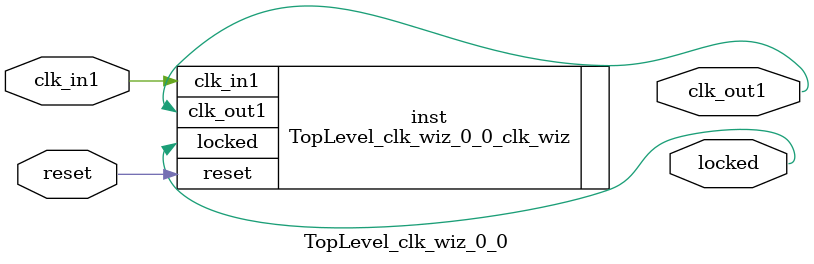
<source format=v>


`timescale 1ps/1ps

(* CORE_GENERATION_INFO = "TopLevel_clk_wiz_0_0,clk_wiz_v6_0_9_0_0,{component_name=TopLevel_clk_wiz_0_0,use_phase_alignment=true,use_min_o_jitter=false,use_max_i_jitter=false,use_dyn_phase_shift=false,use_inclk_switchover=false,use_dyn_reconfig=false,enable_axi=0,feedback_source=FDBK_AUTO,PRIMITIVE=MMCM,num_out_clk=1,clkin1_period=10.000,clkin2_period=10.000,use_power_down=false,use_reset=true,use_locked=true,use_inclk_stopped=false,feedback_type=SINGLE,CLOCK_MGR_TYPE=NA,manual_override=false}" *)

module TopLevel_clk_wiz_0_0 
 (
  // Clock out ports
  output        clk_out1,
  // Status and control signals
  input         reset,
  output        locked,
 // Clock in ports
  input         clk_in1
 );

  TopLevel_clk_wiz_0_0_clk_wiz inst
  (
  // Clock out ports  
  .clk_out1(clk_out1),
  // Status and control signals               
  .reset(reset), 
  .locked(locked),
 // Clock in ports
  .clk_in1(clk_in1)
  );

endmodule

</source>
